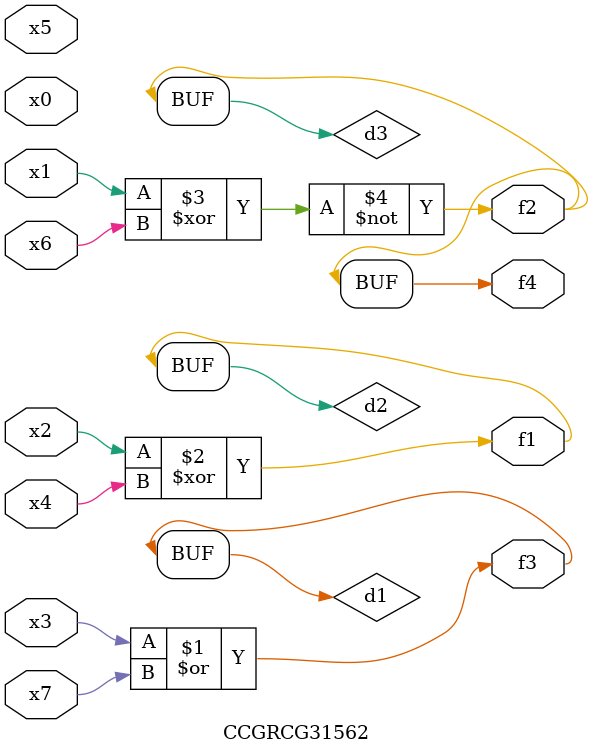
<source format=v>
module CCGRCG31562(
	input x0, x1, x2, x3, x4, x5, x6, x7,
	output f1, f2, f3, f4
);

	wire d1, d2, d3;

	or (d1, x3, x7);
	xor (d2, x2, x4);
	xnor (d3, x1, x6);
	assign f1 = d2;
	assign f2 = d3;
	assign f3 = d1;
	assign f4 = d3;
endmodule

</source>
